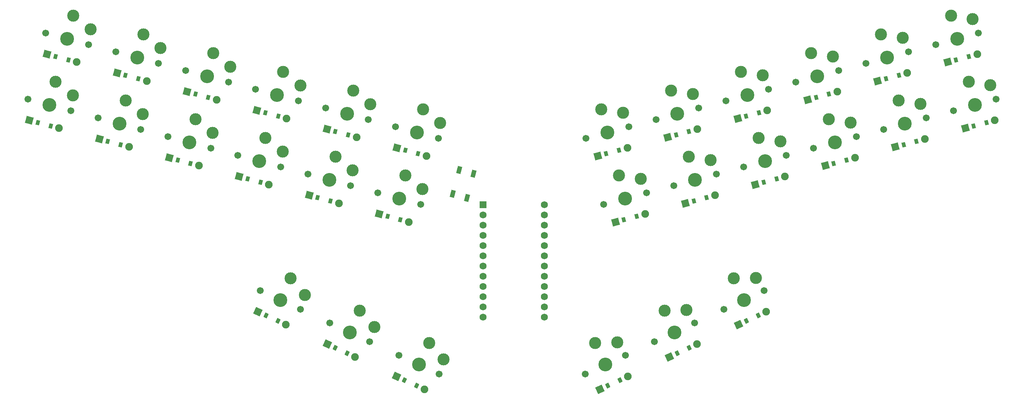
<source format=gbr>
%TF.GenerationSoftware,KiCad,Pcbnew,8.0.1*%
%TF.CreationDate,2024-08-13T22:00:52-05:00*%
%TF.ProjectId,tonyverse,746f6e79-7665-4727-9365-2e6b69636164,v1.0.0*%
%TF.SameCoordinates,Original*%
%TF.FileFunction,Soldermask,Top*%
%TF.FilePolarity,Negative*%
%FSLAX46Y46*%
G04 Gerber Fmt 4.6, Leading zero omitted, Abs format (unit mm)*
G04 Created by KiCad (PCBNEW 8.0.1) date 2024-08-13 22:00:52*
%MOMM*%
%LPD*%
G01*
G04 APERTURE LIST*
G04 Aperture macros list*
%AMRotRect*
0 Rectangle, with rotation*
0 The origin of the aperture is its center*
0 $1 length*
0 $2 width*
0 $3 Rotation angle, in degrees counterclockwise*
0 Add horizontal line*
21,1,$1,$2,0,0,$3*%
G04 Aperture macros list end*
%ADD10C,1.701800*%
%ADD11C,3.000000*%
%ADD12C,3.429000*%
%ADD13RotRect,1.800000X1.100000X255.000000*%
%ADD14RotRect,1.778000X1.778000X345.000000*%
%ADD15RotRect,0.900000X1.200000X345.000000*%
%ADD16C,1.905000*%
%ADD17RotRect,1.778000X1.778000X15.000000*%
%ADD18RotRect,0.900000X1.200000X15.000000*%
%ADD19RotRect,1.778000X1.778000X335.000000*%
%ADD20RotRect,0.900000X1.200000X335.000000*%
%ADD21RotRect,1.778000X1.778000X25.000000*%
%ADD22RotRect,0.900000X1.200000X25.000000*%
%ADD23R,1.752600X1.752600*%
%ADD24C,1.752600*%
G04 APERTURE END LIST*
D10*
%TO.C,S13*%
X112183301Y-174356198D03*
D11*
X119682573Y-171288067D03*
D12*
X117167994Y-176680598D03*
D11*
X123284351Y-175395035D03*
D10*
X122152687Y-179004998D03*
%TD*%
D13*
%TO.C,B1*%
X165179172Y-145287097D03*
X163574494Y-151275837D03*
X161605246Y-144329467D03*
X160000568Y-150318207D03*
%TD*%
D14*
%TO.C,D7*%
X106952970Y-145991032D03*
D15*
X109039369Y-146550084D03*
X112226925Y-147404184D03*
D16*
X114313324Y-147963236D03*
%TD*%
D10*
%TO.C,S16*%
X284454656Y-129594781D03*
D11*
X288227275Y-122424017D03*
D12*
X289767248Y-128171276D03*
D11*
X293626306Y-123254959D03*
D10*
X295079840Y-126747771D03*
%TD*%
D14*
%TO.C,D8*%
X111352894Y-129570293D03*
D15*
X113439293Y-130129345D03*
X116626849Y-130983445D03*
D16*
X118713248Y-131542497D03*
%TD*%
D17*
%TO.C,D24*%
X217834506Y-152621979D03*
D18*
X219920905Y-152062927D03*
X223108461Y-151208827D03*
D16*
X225194860Y-150649775D03*
%TD*%
D10*
%TO.C,S21*%
X245281402Y-122491528D03*
D11*
X249054021Y-115320764D03*
D12*
X250593994Y-121068023D03*
D11*
X254453052Y-116151706D03*
D10*
X255906586Y-119644518D03*
%TD*%
D19*
%TO.C,D15*%
X146041566Y-195661455D03*
D20*
X147999191Y-196574311D03*
X150990007Y-197968951D03*
D16*
X152947632Y-198881807D03*
%TD*%
D21*
%TO.C,D28*%
X231026559Y-182822313D03*
D22*
X232984184Y-181909457D03*
X235975000Y-180514817D03*
D16*
X237932625Y-179601961D03*
%TD*%
D10*
%TO.C,S4*%
X76241245Y-114985775D03*
D11*
X83093810Y-110662021D03*
D12*
X81553837Y-116409280D03*
D11*
X87354038Y-114081153D03*
D10*
X86866429Y-117832785D03*
%TD*%
D17*
%TO.C,D20*%
X252607836Y-143304493D03*
D18*
X254694235Y-142745441D03*
X257881791Y-141891341D03*
D16*
X259968190Y-141332289D03*
%TD*%
D10*
%TO.C,S10*%
X128401239Y-128962004D03*
D11*
X135253804Y-124638250D03*
D12*
X133713831Y-130385509D03*
D11*
X139514032Y-128057382D03*
D10*
X139026423Y-131809014D03*
%TD*%
D17*
%TO.C,D16*%
X287381166Y-133987008D03*
D18*
X289467565Y-133427956D03*
X292655121Y-132573856D03*
D16*
X294741520Y-132014804D03*
%TD*%
D19*
%TO.C,D14*%
X128821718Y-187631708D03*
D20*
X130779343Y-188544564D03*
X133770159Y-189939204D03*
D16*
X135727784Y-190852060D03*
%TD*%
D10*
%TO.C,S24*%
X214907996Y-148229753D03*
D11*
X218680615Y-141058989D03*
D12*
X220220588Y-146806248D03*
D11*
X224079646Y-141889931D03*
D10*
X225533180Y-145382743D03*
%TD*%
D16*
%TO.C,D1*%
X62153330Y-133987008D03*
D15*
X60066931Y-133427956D03*
X56879375Y-132573856D03*
D14*
X54792976Y-132014804D03*
%TD*%
D10*
%TO.C,S8*%
X111014574Y-124303261D03*
D11*
X117867139Y-119979507D03*
D12*
X116327166Y-125726766D03*
D11*
X122127367Y-123398639D03*
D10*
X121639758Y-127150271D03*
%TD*%
%TO.C,S27*%
X193121407Y-136467756D03*
D11*
X196894026Y-129296992D03*
D12*
X198433999Y-135044251D03*
D11*
X202293057Y-130127934D03*
D10*
X203746591Y-133620746D03*
%TD*%
%TO.C,S30*%
X192942112Y-195064492D03*
D11*
X195412226Y-187347561D03*
D12*
X197926805Y-192740092D03*
D11*
X200873525Y-187228346D03*
D10*
X202911498Y-190415692D03*
%TD*%
D17*
%TO.C,D18*%
X269994501Y-138645750D03*
D18*
X272080900Y-138086698D03*
X275268456Y-137232598D03*
D16*
X277354855Y-136673546D03*
%TD*%
D17*
%TO.C,D21*%
X248207912Y-126883754D03*
D18*
X250294311Y-126324702D03*
X253481867Y-125470602D03*
D16*
X255568266Y-124911550D03*
%TD*%
D10*
%TO.C,S15*%
X146622997Y-190415692D03*
D11*
X154122269Y-187347561D03*
D12*
X151607690Y-192740092D03*
D11*
X157724047Y-191454529D03*
D10*
X156592383Y-195064492D03*
%TD*%
%TO.C,S9*%
X124001315Y-145382743D03*
D11*
X130853880Y-141058989D03*
D12*
X129313907Y-146806248D03*
D11*
X135114108Y-144478121D03*
D10*
X134626499Y-148229753D03*
%TD*%
%TO.C,S6*%
X93627909Y-119644518D03*
D11*
X100480474Y-115320764D03*
D12*
X98940501Y-121068023D03*
D11*
X104740702Y-118739896D03*
D10*
X104253093Y-122491528D03*
%TD*%
D14*
%TO.C,D12*%
X146126224Y-138887779D03*
D15*
X148212623Y-139446831D03*
X151400179Y-140300931D03*
D16*
X153486578Y-140859983D03*
%TD*%
D17*
%TO.C,D27*%
X196047918Y-140859983D03*
D18*
X198134317Y-140300931D03*
X201321873Y-139446831D03*
D16*
X203408272Y-138887779D03*
%TD*%
D23*
%TO.C,MCU1*%
X167527270Y-153037123D03*
D24*
X167527270Y-155577123D03*
X167527270Y-158117123D03*
X167527270Y-160657123D03*
X167527270Y-163197123D03*
X167527270Y-165737123D03*
X167527270Y-168277123D03*
X167527270Y-170817123D03*
X167527270Y-173357123D03*
X167527270Y-175897123D03*
X167527270Y-178437123D03*
X167527270Y-180977123D03*
X182767270Y-153037123D03*
X182767270Y-155577123D03*
X182767270Y-158117123D03*
X182767270Y-160657123D03*
X182767270Y-163197123D03*
X182767270Y-165737123D03*
X182767270Y-168277123D03*
X182767270Y-170817123D03*
X182767270Y-173357123D03*
X182767270Y-175897123D03*
X182767270Y-178437123D03*
X182767270Y-180977123D03*
%TD*%
D10*
%TO.C,S11*%
X141387980Y-150041486D03*
D11*
X148240545Y-145717732D03*
D12*
X146700572Y-151464991D03*
D11*
X152500773Y-149136864D03*
D10*
X152013164Y-152888496D03*
%TD*%
%TO.C,S2*%
X58854579Y-110327032D03*
D11*
X65707144Y-106003278D03*
D12*
X64167171Y-111750537D03*
D11*
X69967372Y-109422410D03*
D10*
X69479763Y-113174042D03*
%TD*%
%TO.C,S7*%
X106614650Y-140724000D03*
D11*
X113467215Y-136400246D03*
D12*
X111927242Y-142147505D03*
D11*
X117727443Y-139819378D03*
D10*
X117239834Y-143571010D03*
%TD*%
%TO.C,S1*%
X54454656Y-126747771D03*
D11*
X61307221Y-122424017D03*
D12*
X59767248Y-128171276D03*
D11*
X65567449Y-125843149D03*
D10*
X65079840Y-129594781D03*
%TD*%
D17*
%TO.C,D26*%
X200447841Y-157280722D03*
D18*
X202534240Y-156721670D03*
X205721796Y-155867570D03*
D16*
X207808195Y-155308518D03*
%TD*%
D14*
%TO.C,D4*%
X76579564Y-120252807D03*
D15*
X78665963Y-120811859D03*
X81853519Y-121665959D03*
D16*
X83939918Y-122225011D03*
%TD*%
D10*
%TO.C,S26*%
X197521331Y-152888496D03*
D11*
X201293950Y-145717732D03*
D12*
X202833923Y-151464991D03*
D11*
X206692981Y-146548674D03*
D10*
X208146515Y-150041486D03*
%TD*%
%TO.C,S19*%
X262668067Y-117832785D03*
D11*
X266440686Y-110662021D03*
D12*
X267980659Y-116409280D03*
D11*
X271839717Y-111492963D03*
D10*
X273293251Y-114985775D03*
%TD*%
D17*
%TO.C,D17*%
X282981242Y-117566268D03*
D18*
X285067641Y-117007216D03*
X288255197Y-116153116D03*
D16*
X290341596Y-115594064D03*
%TD*%
D14*
%TO.C,D2*%
X59192899Y-115594064D03*
D15*
X61279298Y-116153116D03*
X64466854Y-117007216D03*
D16*
X66553253Y-117566268D03*
%TD*%
D14*
%TO.C,D3*%
X72179641Y-136673546D03*
D15*
X74266040Y-137232598D03*
X77453596Y-138086698D03*
D16*
X79539995Y-138645750D03*
%TD*%
D19*
%TO.C,D13*%
X111601870Y-179601961D03*
D20*
X113559495Y-180514817D03*
X116550311Y-181909457D03*
D16*
X118507936Y-182822313D03*
%TD*%
D10*
%TO.C,S5*%
X89227985Y-136065257D03*
D11*
X96080550Y-131741503D03*
D12*
X94540577Y-137488762D03*
D11*
X100340778Y-135160635D03*
D10*
X99853169Y-138912267D03*
%TD*%
%TO.C,S25*%
X210508072Y-131809014D03*
D11*
X214280691Y-124638250D03*
D12*
X215820664Y-130385509D03*
D11*
X219679722Y-125469192D03*
D10*
X221133256Y-128962004D03*
%TD*%
%TO.C,S14*%
X129403149Y-182385945D03*
D11*
X136902421Y-179317814D03*
D12*
X134387842Y-184710345D03*
D11*
X140504199Y-183424782D03*
D10*
X139372535Y-187034745D03*
%TD*%
D17*
%TO.C,D19*%
X265594577Y-122225011D03*
D18*
X267680976Y-121665959D03*
X270868532Y-120811859D03*
D16*
X272954931Y-120252807D03*
%TD*%
D17*
%TO.C,D23*%
X230821247Y-131542497D03*
D18*
X232907646Y-130983445D03*
X236095202Y-130129345D03*
D16*
X238181601Y-129570293D03*
%TD*%
D10*
%TO.C,S20*%
X249681326Y-138912267D03*
D11*
X253453945Y-131741503D03*
D12*
X254993918Y-137488762D03*
D11*
X258852976Y-132572445D03*
D10*
X260306510Y-136065257D03*
%TD*%
%TO.C,S22*%
X232294661Y-143571010D03*
D11*
X236067280Y-136400246D03*
D12*
X237607253Y-142147505D03*
D11*
X241466311Y-137231188D03*
D10*
X242919845Y-140724000D03*
%TD*%
%TO.C,S12*%
X145787904Y-133620746D03*
D11*
X152640469Y-129296992D03*
D12*
X151100496Y-135044251D03*
D11*
X156900697Y-132716124D03*
D10*
X156413088Y-136467756D03*
%TD*%
D14*
%TO.C,D10*%
X128739559Y-134229036D03*
D15*
X130825958Y-134788088D03*
X134013514Y-135642188D03*
D16*
X136099913Y-136201240D03*
%TD*%
D10*
%TO.C,S3*%
X71841321Y-131406514D03*
D11*
X78693886Y-127082760D03*
D12*
X77153913Y-132830019D03*
D11*
X82954114Y-130501892D03*
D10*
X82466505Y-134253524D03*
%TD*%
D17*
%TO.C,D25*%
X213434582Y-136201240D03*
D18*
X215520981Y-135642188D03*
X218708537Y-134788088D03*
D16*
X220794936Y-134229036D03*
%TD*%
D10*
%TO.C,S28*%
X227381808Y-179004998D03*
D11*
X229851922Y-171288067D03*
D12*
X232366501Y-176680598D03*
D11*
X235313221Y-171168852D03*
D10*
X237351194Y-174356198D03*
%TD*%
D21*
%TO.C,D30*%
X196586863Y-198881807D03*
D22*
X198544488Y-197968951D03*
X201535304Y-196574311D03*
D16*
X203492929Y-195661455D03*
%TD*%
D10*
%TO.C,S18*%
X267067991Y-134253524D03*
D11*
X270840610Y-127082760D03*
D12*
X272380583Y-132830019D03*
D11*
X276239641Y-127913702D03*
D10*
X277693175Y-131406514D03*
%TD*%
D14*
%TO.C,D5*%
X89566305Y-141332289D03*
D15*
X91652704Y-141891341D03*
X94840260Y-142745441D03*
D16*
X96926659Y-143304493D03*
%TD*%
D17*
%TO.C,D22*%
X235221171Y-147963236D03*
D18*
X237307570Y-147404184D03*
X240495126Y-146550084D03*
D16*
X242581525Y-145991032D03*
%TD*%
D10*
%TO.C,S17*%
X280054732Y-113174042D03*
D11*
X283827351Y-106003278D03*
D12*
X285367324Y-111750537D03*
D11*
X289226382Y-106834220D03*
D10*
X290679916Y-110327032D03*
%TD*%
D14*
%TO.C,D6*%
X93966229Y-124911550D03*
D15*
X96052628Y-125470602D03*
X99240184Y-126324702D03*
D16*
X101326583Y-126883754D03*
%TD*%
D21*
%TO.C,D29*%
X213806711Y-190852060D03*
D22*
X215764336Y-189939204D03*
X218755152Y-188544564D03*
D16*
X220712777Y-187631708D03*
%TD*%
D10*
%TO.C,S23*%
X227894737Y-127150271D03*
D11*
X231667356Y-119979507D03*
D12*
X233207329Y-125726766D03*
D11*
X237066387Y-120810449D03*
D10*
X238519921Y-124303261D03*
%TD*%
%TO.C,S29*%
X210161960Y-187034745D03*
D11*
X212632074Y-179317814D03*
D12*
X215146653Y-184710345D03*
D11*
X218093373Y-179198599D03*
D10*
X220131346Y-182385945D03*
%TD*%
D14*
%TO.C,D9*%
X124339635Y-150649775D03*
D15*
X126426034Y-151208827D03*
X129613590Y-152062927D03*
D16*
X131699989Y-152621979D03*
%TD*%
D14*
%TO.C,D11*%
X141726300Y-155308518D03*
D15*
X143812699Y-155867570D03*
X147000255Y-156721670D03*
D16*
X149086654Y-157280722D03*
%TD*%
M02*

</source>
